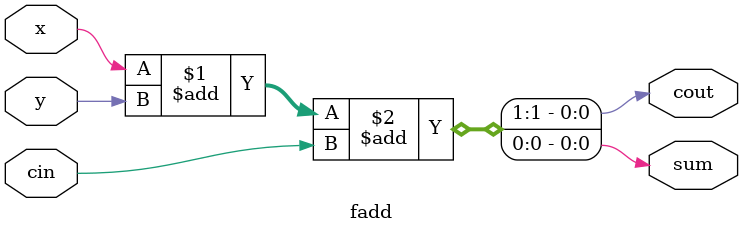
<source format=v>
module top_module (
    input [3:0] x,
    input [3:0] y, 
    output [4:0] sum);
    wire cout1, cout2, cout3;
    fadd instance1 (.x(x[0]),.y(y[0]), .cin(0), .cout(cout1), .sum(sum[0]));
    fadd instance2 (.x(x[1]),.y(y[1]), .cin(cout1), .cout(cout2), .sum(sum[1]));
    fadd instance3 (.x(x[2]),.y(y[2]), .cin(cout2), .cout(cout3), .sum(sum[2]));
    fadd instance4 (.x(x[3]),.y(y[3]), .cin(cout3), .cout(sum[4]), .sum(sum[3]));

endmodule
module fadd (input x, y, cin, output cout, sum);
    assign {cout,sum} = x+y+cin;
endmodule

/* using generate loop

module top_module (
    input [3:0] x,
    input [3:0] y, 
    output [4:0] sum);
    wire cin[3:1];
    
    // First one is special
    FA u1(x[0],y[0],0,cin[1], sum[0]);
    
    genvar i;
    generate
        for (i=1; i<3; i++) begin: FAgenerate
            FA ui (x[i],y[i],cin[i],cin[i+1], sum[i]);
        end
    endgenerate
    // Last one is also special.. in hindsight, not much work is saved using generate
    FA i4(x[3],y[3],cin[3],sum[4], sum[3]);
endmodule

module FA( 
    input a, b, cin,
    output cout, sum );
    assign {cout,sum} = a+b+cin;
endmodule

*/

</source>
